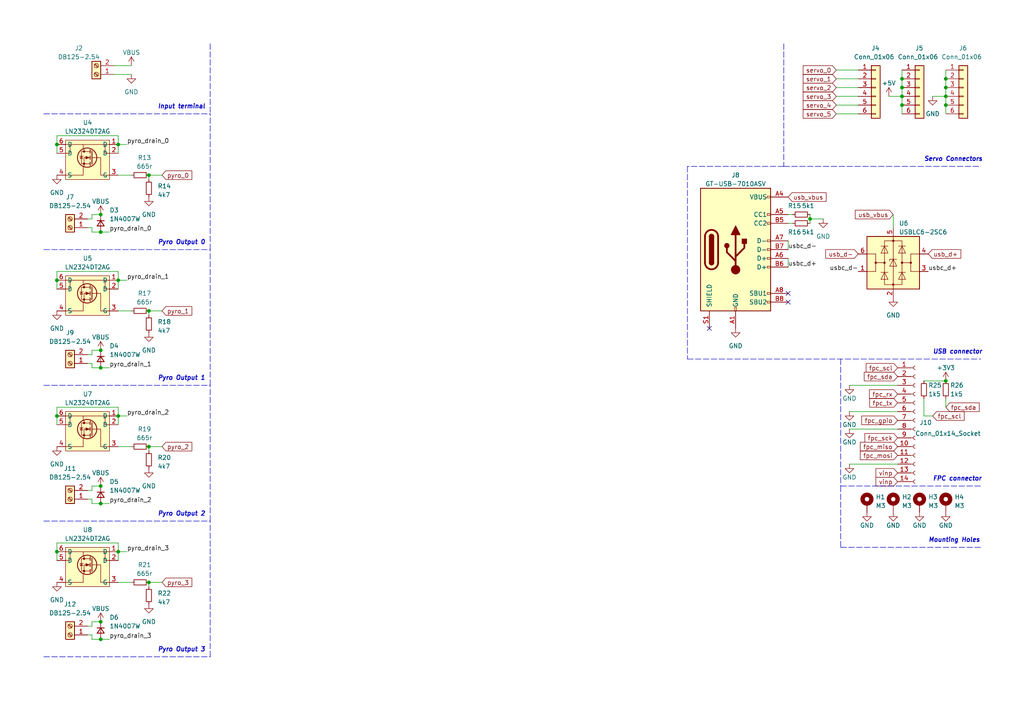
<source format=kicad_sch>
(kicad_sch (version 20230121) (generator eeschema)
  (paper "A4")
  (title_block (title "Connectors") (company "markbel"))
  (lib_symbols
    (symbol "Connector:Conn_01x14_Socket" (pin_names (offset 1.016) hide)
      (property "Reference" "J" (at 0 17.78 0))
      (property "Value" "Conn_01x14_Socket" (at 0 -20.32 0))
      (symbol "Conn_01x14_Socket_1_1"
        (arc (start 0 -17.272) (mid -0.5058 -17.78) (end 0 -18.288) (stroke (width 0.1524)))
        (arc (start 0 -14.732) (mid -0.5058 -15.24) (end 0 -15.748) (stroke (width 0.1524)))
        (arc (start 0 -12.192) (mid -0.5058 -12.7) (end 0 -13.208) (stroke (width 0.1524)))
        (arc (start 0 -9.652) (mid -0.5058 -10.16) (end 0 -10.668) (stroke (width 0.1524)))
        (arc (start 0 -7.112) (mid -0.5058 -7.62) (end 0 -8.128) (stroke (width 0.1524)))
        (arc (start 0 -4.572) (mid -0.5058 -5.08) (end 0 -5.588) (stroke (width 0.1524)))
        (arc (start 0 -2.032) (mid -0.5058 -2.54) (end 0 -3.048) (stroke (width 0.1524)))
        (polyline (pts (xy -1.27 -17.78) (xy -0.508 -17.78)) (stroke (width 0.1524)))
        (polyline (pts (xy -1.27 -15.24) (xy -0.508 -15.24)) (stroke (width 0.1524)))
        (polyline (pts (xy -1.27 -12.7) (xy -0.508 -12.7)) (stroke (width 0.1524)))
        (polyline (pts (xy -1.27 -10.16) (xy -0.508 -10.16)) (stroke (width 0.1524)))
        (polyline (pts (xy -1.27 -7.62) (xy -0.508 -7.62)) (stroke (width 0.1524)))
        (polyline (pts (xy -1.27 -5.08) (xy -0.508 -5.08)) (stroke (width 0.1524)))
        (polyline (pts (xy -1.27 -2.54) (xy -0.508 -2.54)) (stroke (width 0.1524)))
        (polyline (pts (xy -1.27 0) (xy -0.508 0)) (stroke (width 0.1524)))
        (polyline (pts (xy -1.27 2.54) (xy -0.508 2.54)) (stroke (width 0.1524)))
        (polyline (pts (xy -1.27 5.08) (xy -0.508 5.08)) (stroke (width 0.1524)))
        (polyline (pts (xy -1.27 7.62) (xy -0.508 7.62)) (stroke (width 0.1524)))
        (polyline (pts (xy -1.27 10.16) (xy -0.508 10.16)) (stroke (width 0.1524)))
        (polyline (pts (xy -1.27 12.7) (xy -0.508 12.7)) (stroke (width 0.1524)))
        (polyline (pts (xy -1.27 15.24) (xy -0.508 15.24)) (stroke (width 0.1524)))
        (arc (start 0 0.508) (mid -0.5058 0) (end 0 -0.508) (stroke (width 0.1524)))
        (arc (start 0 3.048) (mid -0.5058 2.54) (end 0 2.032) (stroke (width 0.1524)))
        (arc (start 0 5.588) (mid -0.5058 5.08) (end 0 4.572) (stroke (width 0.1524)))
        (arc (start 0 8.128) (mid -0.5058 7.62) (end 0 7.112) (stroke (width 0.1524)))
        (arc (start 0 10.668) (mid -0.5058 10.16) (end 0 9.652) (stroke (width 0.1524)))
        (arc (start 0 13.208) (mid -0.5058 12.7) (end 0 12.192) (stroke (width 0.1524)))
        (arc (start 0 15.748) (mid -0.5058 15.24) (end 0 14.732) (stroke (width 0.1524)))
        (pin passive line (at -5.08 15.24 0) (length 3.81) (name "Pin_1") (number "1"))
        (pin passive line (at -5.08 -7.62 0) (length 3.81) (name "Pin_10") (number "10"))
        (pin passive line (at -5.08 -10.16 0) (length 3.81) (name "Pin_11") (number "11"))
        (pin passive line (at -5.08 -12.7 0) (length 3.81) (name "Pin_12") (number "12"))
        (pin passive line (at -5.08 -15.24 0) (length 3.81) (name "Pin_13") (number "13"))
        (pin passive line (at -5.08 -17.78 0) (length 3.81) (name "Pin_14") (number "14"))
        (pin passive line (at -5.08 12.7 0) (length 3.81) (name "Pin_2") (number "2"))
        (pin passive line (at -5.08 10.16 0) (length 3.81) (name "Pin_3") (number "3"))
        (pin passive line (at -5.08 7.62 0) (length 3.81) (name "Pin_4") (number "4"))
        (pin passive line (at -5.08 5.08 0) (length 3.81) (name "Pin_5") (number "5"))
        (pin passive line (at -5.08 2.54 0) (length 3.81) (name "Pin_6") (number "6"))
        (pin passive line (at -5.08 0 0) (length 3.81) (name "Pin_7") (number "7"))
        (pin passive line (at -5.08 -2.54 0) (length 3.81) (name "Pin_8") (number "8"))
        (pin passive line (at -5.08 -5.08 0) (length 3.81) (name "Pin_9") (number "9"))
      )
    )
    (symbol "Connector:Screw_Terminal_01x02" (pin_names (offset 1.016) hide)
      (property "Reference" "J" (at 0 2.54 0))
      (property "Value" "Screw_Terminal_01x02" (at 0 -5.08 0))
      (symbol "Screw_Terminal_01x02_1_1"
        (rectangle (start -1.27 1.27) (end 1.27 -3.81) (stroke (width 0.254)) (fill (type background)))
        (circle (center 0 -2.54) (radius 0.635) (stroke (width 0.1524)))
        (polyline (pts (xy -0.5334 -2.2098) (xy 0.3302 -3.048)) (stroke (width 0.1524)))
        (polyline (pts (xy -0.5334 0.3302) (xy 0.3302 -0.508)) (stroke (width 0.1524)))
        (polyline (pts (xy -0.3556 -2.032) (xy 0.508 -2.8702)) (stroke (width 0.1524)))
        (polyline (pts (xy -0.3556 0.508) (xy 0.508 -0.3302)) (stroke (width 0.1524)))
        (circle (center 0 0) (radius 0.635) (stroke (width 0.1524)))
        (pin passive line (at -5.08 0 0) (length 3.81) (name "Pin_1") (number "1"))
        (pin passive line (at -5.08 -2.54 0) (length 3.81) (name "Pin_2") (number "2"))
      )
    )
    (symbol "Connector:USB_C_Receptacle_USB2.0" (pin_names (offset 1.016))
      (property "Reference" "J" (at -10.16 19.05 0))
      (property "Value" "USB_C_Receptacle_USB2.0" (at 19.05 19.05 0))
      (symbol "USB_C_Receptacle_USB2.0_0_0"
        (rectangle (start -0.254 -17.78) (end 0.254 -16.764))
        (rectangle (start 10.16 -14.986) (end 9.144 -15.494))
        (rectangle (start 10.16 -12.446) (end 9.144 -12.954))
        (rectangle (start 10.16 -4.826) (end 9.144 -5.334))
        (rectangle (start 10.16 -2.286) (end 9.144 -2.794))
        (rectangle (start 10.16 0.254) (end 9.144 -0.254))
        (rectangle (start 10.16 2.794) (end 9.144 2.286))
        (rectangle (start 10.16 7.874) (end 9.144 7.366))
        (rectangle (start 10.16 10.414) (end 9.144 9.906))
        (rectangle (start 10.16 15.494) (end 9.144 14.986))
      )
      (symbol "USB_C_Receptacle_USB2.0_0_1"
        (rectangle (start -10.16 17.78) (end 10.16 -17.78) (stroke (width 0.254)) (fill (type background)))
        (arc (start -8.89 -3.81) (mid -6.985 -5.7067) (end -5.08 -3.81) (stroke (width 0.508)))
        (arc (start -7.62 -3.81) (mid -6.985 -4.4423) (end -6.35 -3.81) (stroke (width 0.254)))
        (arc (start -7.62 -3.81) (mid -6.985 -4.4423) (end -6.35 -3.81) (stroke (width 0.254)) (fill (type outline)))
        (rectangle (start -7.62 -3.81) (end -6.35 3.81) (stroke (width 0.254)) (fill (type outline)))
        (arc (start -6.35 3.81) (mid -6.985 4.4423) (end -7.62 3.81) (stroke (width 0.254)))
        (arc (start -6.35 3.81) (mid -6.985 4.4423) (end -7.62 3.81) (stroke (width 0.254)) (fill (type outline)))
        (arc (start -5.08 3.81) (mid -6.985 5.7067) (end -8.89 3.81) (stroke (width 0.508)))
        (circle (center -2.54 1.143) (radius 0.635) (stroke (width 0.254)) (fill (type outline)))
        (circle (center 0 -5.842) (radius 1.27) (fill (type outline)))
        (polyline (pts (xy -8.89 -3.81) (xy -8.89 3.81)) (stroke (width 0.508)))
        (polyline (pts (xy -5.08 3.81) (xy -5.08 -3.81)) (stroke (width 0.508)))
        (polyline (pts (xy 0 -5.842) (xy 0 4.318)) (stroke (width 0.508)))
        (polyline (pts (xy 0 -3.302) (xy -2.54 -0.762) (xy -2.54 0.508)) (stroke (width 0.508)))
        (polyline (pts (xy 0 -2.032) (xy 2.54 0.508) (xy 2.54 1.778)) (stroke (width 0.508)))
        (polyline (pts (xy -1.27 4.318) (xy 0 6.858) (xy 1.27 4.318) (xy -1.27 4.318)) (stroke (width 0.254)) (fill (type outline)))
        (rectangle (start 1.905 1.778) (end 3.175 3.048) (stroke (width 0.254)) (fill (type outline)))
      )
      (symbol "USB_C_Receptacle_USB2.0_1_1"
        (pin passive line (at 0 -22.86 90) (length 5.08) (name "GND") (number "A1"))
        (pin passive line (at 0 -22.86 90) (length 5.08) hide (name "GND") (number "A12"))
        (pin passive line (at 15.24 15.24 180) (length 5.08) (name "VBUS") (number "A4"))
        (pin bidirectional line (at 15.24 10.16 180) (length 5.08) (name "CC1") (number "A5"))
        (pin bidirectional line (at 15.24 -2.54 180) (length 5.08) (name "D+") (number "A6"))
        (pin bidirectional line (at 15.24 2.54 180) (length 5.08) (name "D-") (number "A7"))
        (pin bidirectional line (at 15.24 -12.7 180) (length 5.08) (name "SBU1") (number "A8"))
        (pin passive line (at 15.24 15.24 180) (length 5.08) hide (name "VBUS") (number "A9"))
        (pin passive line (at 0 -22.86 90) (length 5.08) hide (name "GND") (number "B1"))
        (pin passive line (at 0 -22.86 90) (length 5.08) hide (name "GND") (number "B12"))
        (pin passive line (at 15.24 15.24 180) (length 5.08) hide (name "VBUS") (number "B4"))
        (pin bidirectional line (at 15.24 7.62 180) (length 5.08) (name "CC2") (number "B5"))
        (pin bidirectional line (at 15.24 -5.08 180) (length 5.08) (name "D+") (number "B6"))
        (pin bidirectional line (at 15.24 0 180) (length 5.08) (name "D-") (number "B7"))
        (pin bidirectional line (at 15.24 -15.24 180) (length 5.08) (name "SBU2") (number "B8"))
        (pin passive line (at 15.24 15.24 180) (length 5.08) hide (name "VBUS") (number "B9"))
        (pin passive line (at -7.62 -22.86 90) (length 5.08) (name "SHIELD") (number "S1"))
      )
    )
    (symbol "Connector_Generic:Conn_01x06" (pin_names (offset 1.016) hide)
      (property "Reference" "J" (at 0 7.62 0))
      (property "Value" "Conn_01x06" (at 0 -10.16 0))
      (symbol "Conn_01x06_1_1"
        (rectangle (start -1.27 -7.493) (end 0 -7.747) (stroke (width 0.1524)))
        (rectangle (start -1.27 -4.953) (end 0 -5.207) (stroke (width 0.1524)))
        (rectangle (start -1.27 -2.413) (end 0 -2.667) (stroke (width 0.1524)))
        (rectangle (start -1.27 0.127) (end 0 -0.127) (stroke (width 0.1524)))
        (rectangle (start -1.27 2.667) (end 0 2.413) (stroke (width 0.1524)))
        (rectangle (start -1.27 5.207) (end 0 4.953) (stroke (width 0.1524)))
        (rectangle (start -1.27 6.35) (end 1.27 -8.89) (stroke (width 0.254)) (fill (type background)))
        (pin passive line (at -5.08 5.08 0) (length 3.81) (name "Pin_1") (number "1"))
        (pin passive line (at -5.08 2.54 0) (length 3.81) (name "Pin_2") (number "2"))
        (pin passive line (at -5.08 0 0) (length 3.81) (name "Pin_3") (number "3"))
        (pin passive line (at -5.08 -2.54 0) (length 3.81) (name "Pin_4") (number "4"))
        (pin passive line (at -5.08 -5.08 0) (length 3.81) (name "Pin_5") (number "5"))
        (pin passive line (at -5.08 -7.62 0) (length 3.81) (name "Pin_6") (number "6"))
      )
    )
    (symbol "Device:D_Small" (pin_numbers hide) (pin_names (offset 0.254) hide)
      (property "Reference" "D" (at -1.27 2.032 0))
      (property "Value" "D_Small" (at -3.81 -2.032 0))
      (symbol "D_Small_0_1"
        (polyline (pts (xy -0.762 -1.016) (xy -0.762 1.016)) (stroke (width 0.254)))
        (polyline (pts (xy -0.762 0) (xy 0.762 0)))
        (polyline (pts (xy 0.762 -1.016) (xy -0.762 0) (xy 0.762 1.016) (xy 0.762 -1.016)) (stroke (width 0.254)))
      )
      (symbol "D_Small_1_1"
        (pin passive line (at -2.54 0 0) (length 1.778) (name "K") (number "1"))
        (pin passive line (at 2.54 0 180) (length 1.778) (name "A") (number "2"))
      )
    )
    (symbol "Device:R_Small" (pin_numbers hide) (pin_names (offset 0.254) hide)
      (property "Reference" "R" (at 0.762 0.508 0))
      (property "Value" "R_Small" (at 0.762 -1.016 0))
      (symbol "R_Small_0_1"
        (rectangle (start -0.762 1.778) (end 0.762 -1.778) (stroke (width 0.2032)))
      )
      (symbol "R_Small_1_1"
        (pin passive line (at 0 2.54 270) (length 0.762) (name "~") (number "1"))
        (pin passive line (at 0 -2.54 90) (length 0.762) (name "~") (number "2"))
      )
    )
    (symbol "Mechanical:MountingHole_Pad" (pin_numbers hide) (pin_names (offset 1.016) hide)
      (property "Reference" "H" (at 0 6.35 0))
      (property "Value" "MountingHole_Pad" (at 0 4.445 0))
      (symbol "MountingHole_Pad_0_1"
        (circle (center 0 1.27) (radius 1.27) (stroke (width 1.27)))
      )
      (symbol "MountingHole_Pad_1_1"
        (pin input line (at 0 -2.54 90) (length 2.54) (name "1") (number "1"))
      )
    )
    (symbol "Power_Protection:USBLC6-2SC6" (pin_names hide)
      (property "Reference" "U" (at 2.54 8.89 0))
      (property "Value" "USBLC6-2SC6" (at 2.54 -8.89 0))
      (symbol "USBLC6-2SC6_0_1"
        (rectangle (start -7.62 -7.62) (end 7.62 7.62) (stroke (width 0.254)) (fill (type background)))
        (circle (center -5.08 0) (radius 0.254) (fill (type outline)))
        (circle (center -2.54 0) (radius 0.254) (fill (type outline)))
        (rectangle (start -2.54 6.35) (end 2.54 -6.35))
        (circle (center 0 -6.35) (radius 0.254) (fill (type outline)))
        (polyline (pts (xy -5.08 -2.54) (xy -7.62 -2.54)))
        (polyline (pts (xy -5.08 0) (xy -5.08 -2.54)))
        (polyline (pts (xy -5.08 2.54) (xy -7.62 2.54)))
        (polyline (pts (xy -1.524 -2.794) (xy -3.556 -2.794)))
        (polyline (pts (xy -1.524 4.826) (xy -3.556 4.826)))
        (polyline (pts (xy 0 -7.62) (xy 0 -6.35)))
        (polyline (pts (xy 0 -6.35) (xy 0 1.27)))
        (polyline (pts (xy 0 1.27) (xy 0 6.35)))
        (polyline (pts (xy 0 6.35) (xy 0 7.62)))
        (polyline (pts (xy 1.524 -2.794) (xy 3.556 -2.794)))
        (polyline (pts (xy 1.524 4.826) (xy 3.556 4.826)))
        (polyline (pts (xy 5.08 -2.54) (xy 7.62 -2.54)))
        (polyline (pts (xy 5.08 0) (xy 5.08 -2.54)))
        (polyline (pts (xy 5.08 2.54) (xy 7.62 2.54)))
        (polyline (pts (xy -2.54 0) (xy -5.08 0) (xy -5.08 2.54)))
        (polyline (pts (xy 2.54 0) (xy 5.08 0) (xy 5.08 2.54)))
        (polyline (pts (xy -3.556 -4.826) (xy -1.524 -4.826) (xy -2.54 -2.794) (xy -3.556 -4.826)))
        (polyline (pts (xy -3.556 2.794) (xy -1.524 2.794) (xy -2.54 4.826) (xy -3.556 2.794)))
        (polyline (pts (xy -1.016 -1.016) (xy 1.016 -1.016) (xy 0 1.016) (xy -1.016 -1.016)))
        (polyline (pts (xy 1.016 1.016) (xy 0.762 1.016) (xy -1.016 1.016) (xy -1.016 0.508)))
        (polyline (pts (xy 3.556 -4.826) (xy 1.524 -4.826) (xy 2.54 -2.794) (xy 3.556 -4.826)))
        (polyline (pts (xy 3.556 2.794) (xy 1.524 2.794) (xy 2.54 4.826) (xy 3.556 2.794)))
        (circle (center 0 6.35) (radius 0.254) (fill (type outline)))
        (circle (center 2.54 0) (radius 0.254) (fill (type outline)))
        (circle (center 5.08 0) (radius 0.254) (fill (type outline)))
      )
      (symbol "USBLC6-2SC6_1_1"
        (pin passive line (at -10.16 -2.54 0) (length 2.54) (name "I/O1") (number "1"))
        (pin passive line (at 0 -10.16 90) (length 2.54) (name "GND") (number "2"))
        (pin passive line (at 10.16 -2.54 180) (length 2.54) (name "I/O2") (number "3"))
        (pin passive line (at 10.16 2.54 180) (length 2.54) (name "I/O2") (number "4"))
        (pin passive line (at 0 10.16 270) (length 2.54) (name "VBUS") (number "5"))
        (pin passive line (at -10.16 2.54 0) (length 2.54) (name "I/O1") (number "6"))
      )
    )
    (symbol "impulse:LN2324DT2AG"
      (property "Reference" "U" (at 0 0 0))
      (property "Value" "LN2324DT2AG" (at 0 -2.54 0))
      (symbol "LN2324DT2AG_0_1"
        (polyline (pts (xy -1.27 -10.795) (xy -1.27 -14.605)) (stroke (width 0.254)))
        (polyline (pts (xy -0.762 -13.97) (xy -0.762 -14.986)) (stroke (width 0.254)))
        (polyline (pts (xy -0.762 -12.192) (xy -0.762 -13.208)) (stroke (width 0.254)))
        (polyline (pts (xy -0.762 -10.414) (xy -0.762 -11.43)) (stroke (width 0.254)))
        (polyline (pts (xy 1.016 -10.16) (xy 1.016 -10.922)))
        (polyline (pts (xy 1.016 -15.24) (xy 1.016 -12.7) (xy -0.762 -12.7)))
        (polyline (pts (xy -0.762 -14.478) (xy 1.778 -14.478) (xy 1.778 -10.922) (xy -0.762 -10.922)))
        (polyline (pts (xy -0.508 -12.7) (xy 0.508 -12.319) (xy 0.508 -13.081) (xy -0.508 -12.7)) (fill (type outline)))
        (polyline (pts (xy 1.27 -12.192) (xy 1.397 -12.319) (xy 2.159 -12.319) (xy 2.286 -12.446)))
        (polyline (pts (xy 1.778 -12.319) (xy 1.397 -12.954) (xy 2.159 -12.954) (xy 1.778 -12.319)))
        (circle (center 0.127 -12.7) (radius 2.794) (stroke (width 0.254)))
        (circle (center 1.016 -14.478) (radius 0.254) (fill (type outline)))
        (circle (center 1.016 -10.922) (radius 0.254) (fill (type outline)))
      )
      (symbol "LN2324DT2AG_1_1"
        (rectangle (start -6.35 -7.62) (end 6.35 -19.05) (fill (type background)))
        (polyline (pts (xy -6.35 -17.78) (xy -3.81 -17.78)))
        (polyline (pts (xy -3.81 -12.7) (xy -3.81 -17.78)))
        (polyline (pts (xy -3.81 -12.7) (xy -1.27 -12.7)))
        (polyline (pts (xy 1.27 -17.78) (xy 1.27 -15.24)))
        (polyline (pts (xy 1.27 -10.16) (xy 1.27 -8.89)))
        (polyline (pts (xy 6.35 -17.78) (xy 1.27 -17.78)))
        (polyline (pts (xy 6.35 -11.43) (xy 5.08 -11.43) (xy 5.08 -8.89) (xy 6.35 -8.89) (xy -6.35 -8.89) (xy -5.08 -8.89) (xy -5.08 -11.43) (xy -6.35 -11.43) (xy -5.08 -11.43)))
        (pin passive line (at -8.89 -8.89 0) (length 2.54) (name "D") (number "1"))
        (pin passive line (at -8.89 -11.43 0) (length 2.54) (name "D") (number "2"))
        (pin passive line (at -8.89 -17.78 0) (length 2.54) (name "G") (number "3"))
        (pin passive line (at 8.89 -17.78 180) (length 2.54) (name "S") (number "4"))
        (pin passive line (at 8.89 -11.43 180) (length 2.54) (name "D") (number "5"))
        (pin passive line (at 8.89 -8.89 180) (length 2.54) (name "D") (number "6"))
      )
    )
    (symbol "power:+3V3" (power) (pin_names (offset 0))
      (property "Value" "+3V3" (at 0 3.556 0))
      (symbol "+3V3_0_1"
        (polyline (pts (xy -0.762 1.27) (xy 0 2.54)))
        (polyline (pts (xy 0 0) (xy 0 2.54)))
        (polyline (pts (xy 0 2.54) (xy 0.762 1.27)))
      )
      (symbol "+3V3_1_1"
        (pin power_in line (at 0 0 90) (length 0) hide (name "+3V3") (number "1"))
      )
    )
    (symbol "power:+5V" (power) (pin_names (offset 0))
      (property "Value" "+5V" (at 0 3.556 0))
      (symbol "+5V_0_1"
        (polyline (pts (xy -0.762 1.27) (xy 0 2.54)))
        (polyline (pts (xy 0 0) (xy 0 2.54)))
        (polyline (pts (xy 0 2.54) (xy 0.762 1.27)))
      )
      (symbol "+5V_1_1"
        (pin power_in line (at 0 0 90) (length 0) hide (name "+5V") (number "1"))
      )
    )
    (symbol "power:GND" (power) (pin_names (offset 0))
      (property "Value" "GND" (at 0 -3.81 0))
      (symbol "GND_0_1"
        (polyline (pts (xy 0 0) (xy 0 -1.27) (xy 1.27 -1.27) (xy 0 -2.54) (xy -1.27 -1.27) (xy 0 -1.27)))
      )
      (symbol "GND_1_1"
        (pin power_in line (at 0 0 270) (length 0) hide (name "GND") (number "1"))
      )
    )
    (symbol "power:VBUS" (power) (pin_names (offset 0))
      (property "Value" "VBUS" (at 0 3.81 0))
      (symbol "VBUS_0_1"
        (polyline (pts (xy -0.762 1.27) (xy 0 2.54)))
        (polyline (pts (xy 0 0) (xy 0 2.54)))
        (polyline (pts (xy 0 2.54) (xy 0.762 1.27)))
      )
      (symbol "VBUS_1_1"
        (pin power_in line (at 0 0 90) (length 0) hide (name "VBUS") (number "1"))
      )
    )
  )
  (junction (at 29.21 140.97))
  (junction (at 274.32 30.48))
  (junction (at 261.62 22.86))
  (junction (at 274.32 22.86))
  (junction (at 29.21 62.23))
  (junction (at 43.18 90.17))
  (junction (at 34.29 160.02))
  (junction (at 29.21 106.68))
  (junction (at 29.21 185.42))
  (junction (at 234.95 63.5))
  (junction (at 29.21 146.05))
  (junction (at 261.62 27.94))
  (junction (at 34.29 81.28))
  (junction (at 29.21 180.34))
  (junction (at 16.51 81.28))
  (junction (at 274.32 110.49))
  (junction (at 43.18 50.8))
  (junction (at 43.18 168.91))
  (junction (at 34.29 41.91))
  (junction (at 43.18 129.54))
  (junction (at 34.29 120.65))
  (junction (at 16.51 120.65))
  (junction (at 16.51 41.91))
  (junction (at 29.21 67.31))
  (junction (at 274.32 27.94))
  (junction (at 274.32 25.4))
  (junction (at 261.62 30.48))
  (junction (at 29.21 101.6))
  (junction (at 16.51 160.02))
  (junction (at 261.62 25.4))
  (no_connect (at 205.74 95.25))
  (no_connect (at 228.6 87.63))
  (no_connect (at 228.6 85.09))
  (wire (pts (xy 16.51 157.48) (xy 34.29 157.48)))
  (wire (pts (xy 43.18 50.8) (xy 43.18 52.07)))
  (wire (pts (xy 242.57 30.48) (xy 248.92 30.48)))
  (wire (pts (xy 43.18 168.91) (xy 46.99 168.91)))
  (polyline (pts (xy 199.39 48.26) (xy 199.39 104.14)) (stroke (width 0) (type dash)))
  (wire (pts (xy 246.38 119.38) (xy 260.35 119.38)))
  (wire (pts (xy 26.67 140.97) (xy 29.21 140.97)))
  (wire (pts (xy 34.29 50.8) (xy 38.1 50.8)))
  (wire (pts (xy 43.18 90.17) (xy 43.18 91.44)))
  (polyline (pts (xy 243.84 140.97) (xy 284.48 140.97)) (stroke (width 0) (type dash)))
  (polyline (pts (xy 12.7 111.76) (xy 60.96 111.76)) (stroke (width 0) (type dash)))
  (wire (pts (xy 26.67 101.6) (xy 29.21 101.6)))
  (wire (pts (xy 261.62 25.4) (xy 261.62 27.94)))
  (wire (pts (xy 26.67 185.42) (xy 29.21 185.42)))
  (polyline (pts (xy 12.7 190.5) (xy 60.96 190.5)) (stroke (width 0) (type dash)))
  (wire (pts (xy 43.18 50.8) (xy 46.99 50.8)))
  (wire (pts (xy 26.67 144.78) (xy 26.67 146.05)))
  (polyline (pts (xy 60.96 12.7) (xy 60.96 33.02)) (stroke (width 0) (type dash)))
  (wire (pts (xy 26.67 105.41) (xy 26.67 106.68)))
  (wire (pts (xy 234.95 63.5) (xy 234.95 64.77)))
  (wire (pts (xy 25.4 184.15) (xy 26.67 184.15)))
  (wire (pts (xy 261.62 30.48) (xy 261.62 33.02)))
  (wire (pts (xy 16.51 41.91) (xy 16.51 39.37)))
  (wire (pts (xy 26.67 146.05) (xy 29.21 146.05)))
  (wire (pts (xy 228.6 69.85) (xy 228.6 72.39)))
  (polyline (pts (xy 60.96 151.13) (xy 60.96 111.76)) (stroke (width 0) (type dash)))
  (wire (pts (xy 261.62 20.32) (xy 261.62 22.86)))
  (wire (pts (xy 25.4 66.04) (xy 26.67 66.04)))
  (wire (pts (xy 34.29 160.02) (xy 34.29 162.56)))
  (polyline (pts (xy 12.7 151.13) (xy 60.96 151.13)) (stroke (width 0) (type dash)))
  (polyline (pts (xy 12.7 33.02) (xy 60.96 33.02)) (stroke (width 0) (type dash)))
  (wire (pts (xy 34.29 168.91) (xy 38.1 168.91)))
  (wire (pts (xy 229.87 62.23) (xy 228.6 62.23)))
  (wire (pts (xy 261.62 22.86) (xy 261.62 25.4)))
  (wire (pts (xy 29.21 185.42) (xy 31.75 185.42)))
  (wire (pts (xy 29.21 106.68) (xy 31.75 106.68)))
  (wire (pts (xy 242.57 22.86) (xy 248.92 22.86)))
  (wire (pts (xy 29.21 67.31) (xy 31.75 67.31)))
  (wire (pts (xy 246.38 111.76) (xy 260.35 111.76)))
  (wire (pts (xy 16.51 81.28) (xy 16.51 78.74)))
  (polyline (pts (xy 60.96 111.76) (xy 60.96 72.39)) (stroke (width 0) (type dash)))
  (wire (pts (xy 16.51 41.91) (xy 16.51 44.45)))
  (wire (pts (xy 26.67 184.15) (xy 26.67 185.42)))
  (wire (pts (xy 26.67 62.23) (xy 29.21 62.23)))
  (wire (pts (xy 16.51 118.11) (xy 34.29 118.11)))
  (wire (pts (xy 26.67 142.24) (xy 26.67 140.97)))
  (wire (pts (xy 33.02 21.59) (xy 38.1 21.59)))
  (polyline (pts (xy 227.33 48.26) (xy 199.39 48.26)) (stroke (width 0) (type dash)))
  (polyline (pts (xy 227.33 12.7) (xy 227.33 48.26)) (stroke (width 0) (type dash)))
  (wire (pts (xy 25.4 181.61) (xy 26.67 181.61)))
  (wire (pts (xy 274.32 20.32) (xy 274.32 22.86)))
  (wire (pts (xy 228.6 74.93) (xy 228.6 77.47)))
  (wire (pts (xy 43.18 129.54) (xy 43.18 130.81)))
  (wire (pts (xy 16.51 120.65) (xy 16.51 123.19)))
  (wire (pts (xy 34.29 157.48) (xy 34.29 160.02)))
  (wire (pts (xy 274.32 25.4) (xy 274.32 27.94)))
  (wire (pts (xy 34.29 118.11) (xy 34.29 120.65)))
  (wire (pts (xy 34.29 41.91) (xy 36.83 41.91)))
  (wire (pts (xy 34.29 129.54) (xy 38.1 129.54)))
  (wire (pts (xy 16.51 81.28) (xy 16.51 83.82)))
  (wire (pts (xy 34.29 90.17) (xy 38.1 90.17)))
  (wire (pts (xy 43.18 129.54) (xy 46.99 129.54)))
  (wire (pts (xy 229.87 64.77) (xy 228.6 64.77)))
  (wire (pts (xy 25.4 142.24) (xy 26.67 142.24)))
  (wire (pts (xy 267.97 120.65) (xy 270.51 120.65)))
  (wire (pts (xy 26.67 180.34) (xy 29.21 180.34)))
  (wire (pts (xy 25.4 105.41) (xy 26.67 105.41)))
  (wire (pts (xy 246.38 134.62) (xy 260.35 134.62)))
  (wire (pts (xy 267.97 110.49) (xy 274.32 110.49)))
  (polyline (pts (xy 60.96 72.39) (xy 60.96 33.02)) (stroke (width 0) (type dash)))
  (wire (pts (xy 16.51 160.02) (xy 16.51 162.56)))
  (wire (pts (xy 270.51 27.94) (xy 274.32 27.94)))
  (wire (pts (xy 16.51 39.37) (xy 34.29 39.37)))
  (wire (pts (xy 261.62 27.94) (xy 261.62 30.48)))
  (wire (pts (xy 34.29 41.91) (xy 34.29 44.45)))
  (wire (pts (xy 26.67 66.04) (xy 26.67 67.31)))
  (wire (pts (xy 25.4 144.78) (xy 26.67 144.78)))
  (wire (pts (xy 26.67 63.5) (xy 26.67 62.23)))
  (polyline (pts (xy 243.84 158.75) (xy 284.48 158.75)) (stroke (width 0) (type dash)))
  (wire (pts (xy 242.57 20.32) (xy 248.92 20.32)))
  (wire (pts (xy 16.51 120.65) (xy 16.51 118.11)))
  (wire (pts (xy 26.67 106.68) (xy 29.21 106.68)))
  (wire (pts (xy 26.67 181.61) (xy 26.67 180.34)))
  (wire (pts (xy 34.29 120.65) (xy 36.83 120.65)))
  (wire (pts (xy 34.29 39.37) (xy 34.29 41.91)))
  (wire (pts (xy 26.67 67.31) (xy 29.21 67.31)))
  (wire (pts (xy 259.08 62.23) (xy 259.08 66.04)))
  (wire (pts (xy 16.51 78.74) (xy 34.29 78.74)))
  (wire (pts (xy 29.21 146.05) (xy 31.75 146.05)))
  (polyline (pts (xy 12.7 72.39) (xy 60.96 72.39)) (stroke (width 0) (type dash)))
  (wire (pts (xy 34.29 81.28) (xy 34.29 83.82)))
  (polyline (pts (xy 60.96 190.5) (xy 60.96 151.13)) (stroke (width 0) (type dash)))
  (wire (pts (xy 246.38 124.46) (xy 260.35 124.46)))
  (polyline (pts (xy 243.84 140.97) (xy 243.84 158.75)) (stroke (width 0) (type dash)))
  (wire (pts (xy 34.29 120.65) (xy 34.29 123.19)))
  (wire (pts (xy 234.95 62.23) (xy 234.95 63.5)))
  (wire (pts (xy 43.18 168.91) (xy 43.18 170.18)))
  (wire (pts (xy 234.95 63.5) (xy 238.76 63.5)))
  (wire (pts (xy 274.32 115.57) (xy 274.32 118.11)))
  (wire (pts (xy 274.32 22.86) (xy 274.32 25.4)))
  (wire (pts (xy 242.57 33.02) (xy 248.92 33.02)))
  (wire (pts (xy 33.02 19.05) (xy 38.1 19.05)))
  (wire (pts (xy 242.57 27.94) (xy 248.92 27.94)))
  (wire (pts (xy 267.97 115.57) (xy 267.97 120.65)))
  (wire (pts (xy 257.81 27.94) (xy 261.62 27.94)))
  (wire (pts (xy 274.32 30.48) (xy 274.32 33.02)))
  (wire (pts (xy 43.18 90.17) (xy 46.99 90.17)))
  (wire (pts (xy 274.32 27.94) (xy 274.32 30.48)))
  (wire (pts (xy 25.4 63.5) (xy 26.67 63.5)))
  (wire (pts (xy 34.29 78.74) (xy 34.29 81.28)))
  (wire (pts (xy 16.51 160.02) (xy 16.51 157.48)))
  (wire (pts (xy 25.4 102.87) (xy 26.67 102.87)))
  (wire (pts (xy 242.57 25.4) (xy 248.92 25.4)))
  (wire (pts (xy 26.67 102.87) (xy 26.67 101.6)))
  (polyline (pts (xy 243.84 104.14) (xy 243.84 140.97)) (stroke (width 0) (type dash)))
  (wire (pts (xy 34.29 81.28) (xy 36.83 81.28)))
  (polyline (pts (xy 227.33 48.26) (xy 284.48 48.26)) (stroke (width 0) (type dash)))
  (polyline (pts (xy 199.39 104.14) (xy 284.48 104.14)) (stroke (width 0) (type dash)))
  (wire (pts (xy 34.29 160.02) (xy 36.83 160.02)))
  (text "Pyro Output 1" (at 45.72 110.49 0) (effects (font (size 1.27 1.27) (thickness 0.254) bold italic) (justify left bottom)))
  (text "Pyro Output 0" (at 45.72 71.12 0) (effects (font (size 1.27 1.27) (thickness 0.254) bold italic) (justify left bottom)))
  (text "FPC connector" (at 270.51 139.7 0) (effects (font (size 1.27 1.27) (thickness 0.254) bold italic) (justify left bottom)))
  (text "Pyro Output 3" (at 45.72 189.23 0) (effects (font (size 1.27 1.27) (thickness 0.254) bold italic) (justify left bottom)))
  (text "USB connector" (at 270.51 102.87 0) (effects (font (size 1.27 1.27) (thickness 0.254) bold italic) (justify left bottom)))
  (text "Pyro Output 2" (at 45.72 149.86 0) (effects (font (size 1.27 1.27) (thickness 0.254) bold italic) (justify left bottom)))
  (text "Mounting Holes" (at 269.24 157.48 0) (effects (font (size 1.27 1.27) (thickness 0.254) bold italic) (justify left bottom)))
  (text "Input terminal" (at 45.72 31.75 0) (effects (font (size 1.27 1.27) (thickness 0.254) bold italic) (justify left bottom)))
  (text "Servo Connectors" (at 267.97 46.99 0) (effects (font (size 1.27 1.27) (thickness 0.254) bold italic) (justify left bottom)))
  (label "usbc_d+" (at 228.6 77.47 0))
  (label "usbc_d-" (at 248.92 78.74 180))
  (label "pyro_drain_1" (at 31.75 106.68 0))
  (label "pyro_drain_3" (at 36.83 160.02 0))
  (label "pyro_drain_1" (at 36.83 81.28 0))
  (label "pyro_drain_2" (at 31.75 146.05 0))
  (label "pyro_drain_2" (at 36.83 120.65 0))
  (label "usbc_d-" (at 228.6 72.39 0))
  (label "usbc_d+" (at 269.24 78.74 0))
  (label "pyro_drain_0" (at 31.75 67.31 0))
  (label "pyro_drain_0" (at 36.83 41.91 0))
  (label "pyro_drain_3" (at 31.75 185.42 0))
  (global_label "fpc_sck" (shape input) (at 260.35 127 180) (property "Intersheetrefs" "${INTERSHEET_REFS}" (effects hide)))
  (global_label "usb_d-" (shape input) (at 248.92 73.66 180) (property "Intersheetrefs" "${INTERSHEET_REFS}" (effects hide)))
  (global_label "vinp" (shape input) (at 260.35 137.16 180) (property "Intersheetrefs" "${INTERSHEET_REFS}" (effects hide)))
  (global_label "servo_0" (shape input) (at 242.57 20.32 180) (property "Intersheetrefs" "${INTERSHEET_REFS}" (effects hide)))
  (global_label "servo_3" (shape input) (at 242.57 27.94 180) (property "Intersheetrefs" "${INTERSHEET_REFS}" (effects hide)))
  (global_label "usb_d+" (shape input) (at 269.24 73.66 0) (property "Intersheetrefs" "${INTERSHEET_REFS}" (effects hide)))
  (global_label "fpc_scl" (shape input) (at 260.35 106.68 180) (property "Intersheetrefs" "${INTERSHEET_REFS}" (effects hide)))
  (global_label "pyro_2" (shape input) (at 46.99 129.54 0) (property "Intersheetrefs" "${INTERSHEET_REFS}" (effects hide)))
  (global_label "fpc_sda" (shape input) (at 260.35 109.22 180) (property "Intersheetrefs" "${INTERSHEET_REFS}" (effects hide)))
  (global_label "fpc_gpio" (shape input) (at 260.35 121.92 180) (property "Intersheetrefs" "${INTERSHEET_REFS}" (effects hide)))
  (global_label "pyro_3" (shape input) (at 46.99 168.91 0) (property "Intersheetrefs" "${INTERSHEET_REFS}" (effects hide)))
  (global_label "usb_vbus" (shape input) (at 259.08 62.23 180) (property "Intersheetrefs" "${INTERSHEET_REFS}" (effects hide)))
  (global_label "fpc_scl" (shape input) (at 270.51 120.65 0) (property "Intersheetrefs" "${INTERSHEET_REFS}" (effects hide)))
  (global_label "fpc_mosi" (shape input) (at 260.35 132.08 180) (property "Intersheetrefs" "${INTERSHEET_REFS}" (effects hide)))
  (global_label "fpc_miso" (shape input) (at 260.35 129.54 180) (property "Intersheetrefs" "${INTERSHEET_REFS}" (effects hide)))
  (global_label "servo_2" (shape input) (at 242.57 25.4 180) (property "Intersheetrefs" "${INTERSHEET_REFS}" (effects hide)))
  (global_label "pyro_1" (shape input) (at 46.99 90.17 0) (property "Intersheetrefs" "${INTERSHEET_REFS}" (effects hide)))
  (global_label "fpc_tx" (shape input) (at 260.35 116.84 180) (property "Intersheetrefs" "${INTERSHEET_REFS}" (effects hide)))
  (global_label "vinp" (shape input) (at 260.35 139.7 180) (property "Intersheetrefs" "${INTERSHEET_REFS}" (effects hide)))
  (global_label "servo_4" (shape input) (at 242.57 30.48 180) (property "Intersheetrefs" "${INTERSHEET_REFS}" (effects hide)))
  (global_label "fpc_rx" (shape input) (at 260.35 114.3 180) (property "Intersheetrefs" "${INTERSHEET_REFS}" (effects hide)))
  (global_label "usb_vbus" (shape input) (at 228.6 57.15 0) (property "Intersheetrefs" "${INTERSHEET_REFS}" (effects hide)))
  (global_label "fpc_sda" (shape input) (at 274.32 118.11 0) (property "Intersheetrefs" "${INTERSHEET_REFS}" (effects hide)))
  (global_label "servo_5" (shape input) (at 242.57 33.02 180) (property "Intersheetrefs" "${INTERSHEET_REFS}" (effects hide)))
  (global_label "servo_1" (shape input) (at 242.57 22.86 180) (property "Intersheetrefs" "${INTERSHEET_REFS}" (effects hide)))
  (global_label "pyro_0" (shape input) (at 46.99 50.8 0) (property "Intersheetrefs" "${INTERSHEET_REFS}" (effects hide)))
  (symbol (lib_id "Connector_Generic:Conn_01x06") (at 279.4 25.4 0) (unit 1)
    (property "Reference" "J6" (at 278.13 13.97 0) (effects (justify left)))
    (property "Value" "Conn_01x06" (at 273.05 16.51 0) (effects (justify left)))
    (property "Footprint" "Connector_PinHeader_2.54mm:PinHeader_1x06_P2.54mm_Vertical" (effects hide))
  )
  (symbol (lib_id "power:VBUS") (at 29.21 180.34 0) (unit 1)
    (property "Reference" "#PWR056" (effects hide))
    (property "Value" "VBUS" (at 29.21 176.53 0))
  )
  (symbol (lib_id "power:GND") (at 266.7 148.59 0) (unit 1)
    (property "Reference" "#PWR052" (effects hide))
    (property "Value" "GND" (at 266.7 152.4 0))
  )
  (symbol (lib_id "power:GND") (at 16.51 168.91 0) (unit 1)
    (property "Reference" "#PWR054" (effects hide))
    (property "Value" "GND" (at 16.51 173.99 0))
  )
  (symbol (lib_id "Device:R_Small") (at 232.41 64.77 90) (unit 1)
    (property "Reference" "R16" (at 232.41 67.31 90) (effects (justify left)))
    (property "Value" "5k1" (at 236.22 67.31 90) (effects (justify left)))
    (property "Footprint" "Resistor_SMD:R_0402_1005Metric" (effects hide))
    (property "lcsc" "C3152095" (effects hide))
  )
  (symbol (lib_id "power:GND") (at 43.18 175.26 0) (unit 1)
    (property "Reference" "#PWR055" (effects hide))
    (property "Value" "GND" (at 43.18 180.34 0))
  )
  (symbol (lib_id "Connector:Screw_Terminal_01x02") (at 20.32 184.15 180) (unit 1)
    (property "Reference" "J12" (at 20.32 175.26 0))
    (property "Value" "DB125-2.54" (at 20.32 177.8 0))
    (property "Footprint" "TerminalBlock_TE-Connectivity:TerminalBlock_TE_282834-2_1x02_P2.54mm_Horizontal" (effects hide))
    (property "lcsc" "C918126" (effects hide))
  )
  (symbol (lib_id "power:GND") (at 43.18 135.89 0) (unit 1)
    (property "Reference" "#PWR048" (effects hide))
    (property "Value" "GND" (at 43.18 140.97 0))
  )
  (symbol (lib_id "Device:R_Small") (at 43.18 93.98 0) (unit 1)
    (property "Reference" "R18" (at 45.72 93.345 0) (effects (justify left)))
    (property "Value" "4k7" (at 45.72 95.885 0) (effects (justify left)))
    (property "Footprint" "Resistor_SMD:R_0402_1005Metric" (effects hide))
    (property "lcsc" "C103059" (effects hide))
  )
  (symbol (lib_id "Device:R_Small") (at 43.18 133.35 0) (unit 1)
    (property "Reference" "R20" (at 45.72 132.715 0) (effects (justify left)))
    (property "Value" "4k7" (at 45.72 135.255 0) (effects (justify left)))
    (property "Footprint" "Resistor_SMD:R_0402_1005Metric" (effects hide))
    (property "lcsc" "C103059" (effects hide))
  )
  (symbol (lib_id "Power_Protection:USBLC6-2SC6") (at 259.08 76.2 0) (unit 1)
    (property "Reference" "U6" (at 260.7311 64.77 0) (effects (justify left)))
    (property "Value" "USBLC6-2SC6" (at 260.7311 67.31 0) (effects (justify left)))
    (property "Footprint" "Package_TO_SOT_SMD:SOT-23-6" (effects hide))
    (property "Datasheet" "https://www.st.com/resource/en/datasheet/usblc6-2.pdf" (effects hide))
    (property "lcsc" "C558442" (effects hide))
  )
  (symbol (lib_id "power:GND") (at 213.36 95.25 0) (unit 1)
    (property "Reference" "#PWR040" (effects hide))
    (property "Value" "GND" (at 213.36 100.33 0))
  )
  (symbol (lib_id "Device:R_Small") (at 232.41 62.23 90) (unit 1)
    (property "Reference" "R15" (at 232.41 59.69 90) (effects (justify left)))
    (property "Value" "5k1" (at 236.22 59.69 90) (effects (justify left)))
    (property "Footprint" "Resistor_SMD:R_0402_1005Metric" (effects hide))
    (property "lcsc" "C3152095" (effects hide))
  )
  (symbol (lib_id "power:GND") (at 43.18 57.15 0) (unit 1)
    (property "Reference" "#PWR035" (effects hide))
    (property "Value" "GND" (at 43.18 62.23 0))
  )
  (symbol (lib_id "power:GND") (at 246.38 119.38 0) (unit 1)
    (property "Reference" "#PWR044" (effects hide))
    (property "Value" "GND" (at 246.38 123.19 0))
  )
  (symbol (lib_id "power:GND") (at 38.1 21.59 0) (unit 1)
    (property "Reference" "#PWR030" (effects hide))
    (property "Value" "GND" (at 38.1 26.67 0))
  )
  (symbol (lib_id "Device:R_Small") (at 40.64 50.8 90) (unit 1)
    (property "Reference" "R13" (at 41.91 45.72 90))
    (property "Value" "665r" (at 41.91 48.26 90))
    (property "Footprint" "Resistor_SMD:R_0402_1005Metric" (effects hide))
    (property "lcsc" "C3015970" (effects hide))
  )
  (symbol (lib_id "Device:D_Small") (at 29.21 143.51 270) (unit 1)
    (property "Reference" "D5" (at 31.75 139.7 90) (effects (justify left)))
    (property "Value" "1N4007W" (at 31.75 142.24 90) (effects (justify left)))
    (property "Footprint" "Diode_SMD:D_SOD-123F" (effects hide))
    (property "Sim.Device" "D" (effects hide))
    (property "Sim.Pins" "1=K 2=A" (effects hide))
    (property "lcsc" "C2944153" (effects hide))
  )
  (symbol (lib_id "power:VBUS") (at 29.21 140.97 0) (unit 1)
    (property "Reference" "#PWR049" (effects hide))
    (property "Value" "VBUS" (at 29.21 137.16 0))
  )
  (symbol (lib_id "power:GND") (at 274.32 148.59 0) (unit 1)
    (property "Reference" "#PWR053" (effects hide))
    (property "Value" "GND" (at 274.32 152.4 0))
  )
  (symbol (lib_id "Device:D_Small") (at 29.21 104.14 270) (unit 1)
    (property "Reference" "D4" (at 31.75 100.33 90) (effects (justify left)))
    (property "Value" "1N4007W" (at 31.75 102.87 90) (effects (justify left)))
    (property "Footprint" "Diode_SMD:D_SOD-123F" (effects hide))
    (property "Sim.Device" "D" (effects hide))
    (property "Sim.Pins" "1=K 2=A" (effects hide))
    (property "lcsc" "C2944153" (effects hide))
  )
  (symbol (lib_id "Mechanical:MountingHole_Pad") (at 266.7 146.05 0) (unit 1)
    (property "Reference" "H3" (at 269.24 144.145 0) (effects (justify left)))
    (property "Value" "M3" (at 269.24 146.685 0) (effects (justify left)))
    (property "Footprint" "MountingHole:MountingHole_3.2mm_M3_Pad_Via" (effects hide))
  )
  (symbol (lib_id "power:GND") (at 259.08 148.59 0) (unit 1)
    (property "Reference" "#PWR051" (effects hide))
    (property "Value" "GND" (at 259.08 152.4 0))
  )
  (symbol (lib_id "Connector:USB_C_Receptacle_USB2.0") (at 213.36 72.39 0) (unit 1)
    (property "Reference" "J8" (at 213.36 50.8 0))
    (property "Value" "GT-USB-7010ASV" (at 213.36 53.34 0))
    (property "Footprint" "Connector_USB:USB_C_Receptacle_G-Switch_GT-USB-7010ASV" (effects hide))
    (property "Datasheet" "https://www.usb.org/sites/default/files/documents/usb_type-c.zip" (effects hide))
    (property "lcsc" "C2988369" (effects hide))
  )
  (symbol (lib_id "Device:R_Small") (at 40.64 129.54 90) (unit 1)
    (property "Reference" "R19" (at 41.91 124.46 90))
    (property "Value" "665r" (at 41.91 127 90))
    (property "Footprint" "Resistor_SMD:R_0402_1005Metric" (effects hide))
    (property "lcsc" "C3015970" (effects hide))
  )
  (symbol (lib_id "power:GND") (at 16.51 50.8 0) (unit 1)
    (property "Reference" "#PWR034" (effects hide))
    (property "Value" "GND" (at 16.51 55.88 0))
  )
  (symbol (lib_id "power:VBUS") (at 29.21 101.6 0) (unit 1)
    (property "Reference" "#PWR042" (effects hide))
    (property "Value" "VBUS" (at 29.21 97.79 0))
  )
  (symbol (lib_id "power:GND") (at 16.51 90.17 0) (unit 1)
    (property "Reference" "#PWR039" (effects hide))
    (property "Value" "GND" (at 16.51 95.25 0))
  )
  (symbol (lib_id "Connector:Screw_Terminal_01x02") (at 27.94 21.59 180) (unit 1)
    (property "Reference" "J2" (at 22.86 13.97 0))
    (property "Value" "DB125-2.54" (at 22.86 16.51 0))
    (property "Footprint" "TerminalBlock_TE-Connectivity:TerminalBlock_TE_282834-2_1x02_P2.54mm_Horizontal" (effects hide))
    (property "lcsc" "C918120" (effects hide))
  )
  (symbol (lib_id "power:VBUS") (at 38.1 19.05 0) (unit 1)
    (property "Reference" "#PWR028" (effects hide))
    (property "Value" "VBUS" (at 38.1 15.24 0))
  )
  (symbol (lib_id "Connector:Screw_Terminal_01x02") (at 20.32 66.04 180) (unit 1)
    (property "Reference" "J7" (at 20.32 57.15 0))
    (property "Value" "DB125-2.54" (at 20.32 59.69 0))
    (property "Footprint" "TerminalBlock_TE-Connectivity:TerminalBlock_TE_282834-2_1x02_P2.54mm_Horizontal" (effects hide))
    (property "lcsc" "C918126" (effects hide))
  )
  (symbol (lib_id "Device:R_Small") (at 40.64 168.91 90) (unit 1)
    (property "Reference" "R21" (at 41.91 163.83 90))
    (property "Value" "665r" (at 41.91 166.37 90))
    (property "Footprint" "Resistor_SMD:R_0402_1005Metric" (effects hide))
    (property "lcsc" "C3015970" (effects hide))
  )
  (symbol (lib_id "Mechanical:MountingHole_Pad") (at 274.32 146.05 0) (unit 1)
    (property "Reference" "H4" (at 276.86 144.145 0) (effects (justify left)))
    (property "Value" "M3" (at 276.86 146.685 0) (effects (justify left)))
    (property "Footprint" "MountingHole:MountingHole_3.2mm_M3_Pad_Via" (effects hide))
  )
  (symbol (lib_id "power:GND") (at 246.38 111.76 0) (unit 1)
    (property "Reference" "#PWR043" (effects hide))
    (property "Value" "GND" (at 246.38 115.57 0))
  )
  (symbol (lib_id "Device:D_Small") (at 29.21 64.77 270) (unit 1)
    (property "Reference" "D3" (at 31.75 60.96 90) (effects (justify left)))
    (property "Value" "1N4007W" (at 31.75 63.5 90) (effects (justify left)))
    (property "Footprint" "Diode_SMD:D_SOD-123F" (effects hide))
    (property "Sim.Device" "D" (effects hide))
    (property "Sim.Pins" "1=K 2=A" (effects hide))
    (property "lcsc" "C2944153" (effects hide))
  )
  (symbol (lib_id "power:GND") (at 16.51 129.54 0) (unit 1)
    (property "Reference" "#PWR046" (effects hide))
    (property "Value" "GND" (at 16.51 134.62 0))
  )
  (symbol (lib_id "Connector_Generic:Conn_01x06") (at 254 25.4 0) (unit 1)
    (property "Reference" "J4" (at 252.73 13.97 0) (effects (justify left)))
    (property "Value" "Conn_01x06" (at 247.65 16.51 0) (effects (justify left)))
    (property "Footprint" "Connector_PinHeader_2.54mm:PinHeader_1x06_P2.54mm_Vertical" (effects hide))
  )
  (symbol (lib_id "Device:R_Small") (at 274.32 113.03 0) (unit 1)
    (property "Reference" "R26" (at 275.59 111.76 0) (effects (justify left)))
    (property "Value" "1k5" (at 275.59 114.3 0) (effects (justify left)))
    (property "Footprint" "Resistor_SMD:R_0402_1005Metric" (effects hide))
    (property "lcsc" "C3017483" (effects hide))
    (instances (project "impulse" (path "" (reference "R26") (unit 1)) (path "" (reference "R2") (unit 1))))
  )
  (symbol (lib_id "impulse:LN2324DT2AG") (at 25.4 151.13 0) (mirror y) (unit 1)
    (property "Reference" "U8" (at 25.4 153.67 0))
    (property "Value" "LN2324DT2AG" (at 25.4 156.21 0))
    (property "Footprint" "Package_DFN_QFN:DFN-6-L" (effects hide))
    (property "Datasheet" "https://datasheet.lcsc.com/lcsc/1804172052_LRC-LN2324DT2AG_C172432.pdf" (effects hide))
    (property "lcsc" " C172432" (effects hide))
  )
  (symbol (lib_id "power:GND") (at 251.46 148.59 0) (unit 1)
    (property "Reference" "#PWR050" (effects hide))
    (property "Value" "GND" (at 251.46 152.4 0))
  )
  (symbol (lib_id "power:GND") (at 246.38 124.46 0) (unit 1)
    (property "Reference" "#PWR045" (effects hide))
    (property "Value" "GND" (at 246.38 128.27 0))
  )
  (symbol (lib_id "Device:R_Small") (at 267.97 113.03 0) (unit 1)
    (property "Reference" "R25" (at 269.24 111.76 0) (effects (justify left)))
    (property "Value" "1k5" (at 269.24 114.3 0) (effects (justify left)))
    (property "Footprint" "Resistor_SMD:R_0402_1005Metric" (effects hide))
    (property "lcsc" "C3017483" (effects hide))
    (instances (project "impulse" (path "" (reference "R25") (unit 1)) (path "" (reference "R1") (unit 1))))
  )
  (symbol (lib_id "power:GND") (at 238.76 63.5 0) (unit 1)
    (property "Reference" "#PWR037" (effects hide))
    (property "Value" "GND" (at 238.76 68.58 0))
  )
  (symbol (lib_id "Device:R_Small") (at 43.18 172.72 0) (unit 1)
    (property "Reference" "R22" (at 45.72 172.085 0) (effects (justify left)))
    (property "Value" "4k7" (at 45.72 174.625 0) (effects (justify left)))
    (property "Footprint" "Resistor_SMD:R_0402_1005Metric" (effects hide))
    (property "lcsc" "C103059" (effects hide))
  )
  (symbol (lib_id "Mechanical:MountingHole_Pad") (at 259.08 146.05 0) (unit 1)
    (property "Reference" "H2" (at 261.62 144.145 0) (effects (justify left)))
    (property "Value" "M3" (at 261.62 146.685 0) (effects (justify left)))
    (property "Footprint" "MountingHole:MountingHole_3.2mm_M3_Pad_Via" (effects hide))
  )
  (symbol (lib_id "Mechanical:MountingHole_Pad") (at 251.46 146.05 0) (unit 1)
    (property "Reference" "H1" (at 254 144.145 0) (effects (justify left)))
    (property "Value" "M3" (at 254 146.685 0) (effects (justify left)))
    (property "Footprint" "MountingHole:MountingHole_3.2mm_M3_Pad_Via" (effects hide))
  )
  (symbol (lib_id "Connector:Screw_Terminal_01x02") (at 20.32 144.78 180) (unit 1)
    (property "Reference" "J11" (at 20.32 135.89 0))
    (property "Value" "DB125-2.54" (at 20.32 138.43 0))
    (property "Footprint" "TerminalBlock_TE-Connectivity:TerminalBlock_TE_282834-2_1x02_P2.54mm_Horizontal" (effects hide))
    (property "lcsc" "C918126" (effects hide))
  )
  (symbol (lib_id "power:VBUS") (at 29.21 62.23 0) (unit 1)
    (property "Reference" "#PWR036" (effects hide))
    (property "Value" "VBUS" (at 29.21 58.42 0))
  )
  (symbol (lib_id "power:GND") (at 259.08 86.36 0) (unit 1)
    (property "Reference" "#PWR038" (effects hide))
    (property "Value" "GND" (at 259.08 91.44 0))
  )
  (symbol (lib_id "Device:D_Small") (at 29.21 182.88 270) (unit 1)
    (property "Reference" "D6" (at 31.75 179.07 90) (effects (justify left)))
    (property "Value" "1N4007W" (at 31.75 181.61 90) (effects (justify left)))
    (property "Footprint" "Diode_SMD:D_SOD-123F" (effects hide))
    (property "Sim.Device" "D" (effects hide))
    (property "Sim.Pins" "1=K 2=A" (effects hide))
    (property "lcsc" "C2944153" (effects hide))
  )
  (symbol (lib_id "power:+5V") (at 257.81 27.94 0) (unit 1)
    (property "Reference" "#PWR032" (effects hide))
    (property "Value" "+5V" (at 257.81 24.13 0))
  )
  (symbol (lib_id "impulse:LN2324DT2AG") (at 25.4 72.39 0) (mirror y) (unit 1)
    (property "Reference" "U5" (at 25.4 74.93 0))
    (property "Value" "LN2324DT2AG" (at 25.4 77.47 0))
    (property "Footprint" "Package_DFN_QFN:DFN-6-L" (effects hide))
    (property "Datasheet" "https://datasheet.lcsc.com/lcsc/1804172052_LRC-LN2324DT2AG_C172432.pdf" (effects hide))
    (property "lcsc" " C172432" (effects hide))
  )
  (symbol (lib_id "power:+3V3") (at 274.32 110.49 0) (unit 1)
    (property "Reference" "#PWR060" (effects hide))
    (property "Value" "+3V3" (at 274.32 106.68 0))
    (instances (project "impulse" (path "" (reference "#PWR060") (unit 1)) (path "" (reference "#PWR029") (unit 1))))
  )
  (symbol (lib_id "Connector:Conn_01x14_Socket") (at 265.43 121.92 0) (unit 1)
    (property "Reference" "J10" (at 266.7 122.555 0) (effects (justify left)))
    (property "Value" "Conn_01x14_Socket" (at 265.43 125.73 0) (effects (justify left)))
    (property "Footprint" "Connector_FFC-FPC:Hirose_FH12-14S-0.5SH_1x14-1MP_P0.50mm_Horizontal" (effects hide))
    (property "lcsc" "C2856800" (effects hide))
  )
  (symbol (lib_id "impulse:LN2324DT2AG") (at 25.4 111.76 0) (mirror y) (unit 1)
    (property "Reference" "U7" (at 25.4 114.3 0))
    (property "Value" "LN2324DT2AG" (at 25.4 116.84 0))
    (property "Footprint" "Package_DFN_QFN:DFN-6-L" (effects hide))
    (property "Datasheet" "https://datasheet.lcsc.com/lcsc/1804172052_LRC-LN2324DT2AG_C172432.pdf" (effects hide))
    (property "lcsc" " C172432" (effects hide))
  )
  (symbol (lib_id "Connector_Generic:Conn_01x06") (at 266.7 25.4 0) (unit 1)
    (property "Reference" "J5" (at 265.43 13.97 0) (effects (justify left)))
    (property "Value" "Conn_01x06" (at 260.35 16.51 0) (effects (justify left)))
    (property "Footprint" "Connector_PinHeader_2.54mm:PinHeader_1x06_P2.54mm_Vertical" (effects hide))
  )
  (symbol (lib_id "power:GND") (at 270.51 27.94 0) (unit 1)
    (property "Reference" "#PWR033" (effects hide))
    (property "Value" "GND" (at 270.51 33.02 0))
  )
  (symbol (lib_id "power:GND") (at 43.18 96.52 0) (unit 1)
    (property "Reference" "#PWR041" (effects hide))
    (property "Value" "GND" (at 43.18 101.6 0))
  )
  (symbol (lib_id "Device:R_Small") (at 40.64 90.17 90) (unit 1)
    (property "Reference" "R17" (at 41.91 85.09 90))
    (property "Value" "665r" (at 41.91 87.63 90))
    (property "Footprint" "Resistor_SMD:R_0402_1005Metric" (effects hide))
    (property "lcsc" "C3015970" (effects hide))
  )
  (symbol (lib_id "impulse:LN2324DT2AG") (at 25.4 33.02 0) (mirror y) (unit 1)
    (property "Reference" "U4" (at 25.4 35.56 0))
    (property "Value" "LN2324DT2AG" (at 25.4 38.1 0))
    (property "Footprint" "Package_DFN_QFN:DFN-6-L" (effects hide))
    (property "Datasheet" "https://datasheet.lcsc.com/lcsc/1804172052_LRC-LN2324DT2AG_C172432.pdf" (effects hide))
    (property "lcsc" " C172432" (effects hide))
  )
  (symbol (lib_id "Connector:Screw_Terminal_01x02") (at 20.32 105.41 180) (unit 1)
    (property "Reference" "J9" (at 20.32 96.52 0))
    (property "Value" "DB125-2.54" (at 20.32 99.06 0))
    (property "Footprint" "TerminalBlock_TE-Connectivity:TerminalBlock_TE_282834-2_1x02_P2.54mm_Horizontal" (effects hide))
    (property "lcsc" "C918126" (effects hide))
  )
  (symbol (lib_id "Device:R_Small") (at 43.18 54.61 0) (unit 1)
    (property "Reference" "R14" (at 45.72 53.975 0) (effects (justify left)))
    (property "Value" "4k7" (at 45.72 56.515 0) (effects (justify left)))
    (property "Footprint" "Resistor_SMD:R_0402_1005Metric" (effects hide))
    (property "lcsc" "C103059" (effects hide))
  )
  (symbol (lib_id "power:GND") (at 246.38 134.62 0) (unit 1)
    (property "Reference" "#PWR047" (effects hide))
    (property "Value" "GND" (at 246.38 138.43 0))
  )
)
</source>
